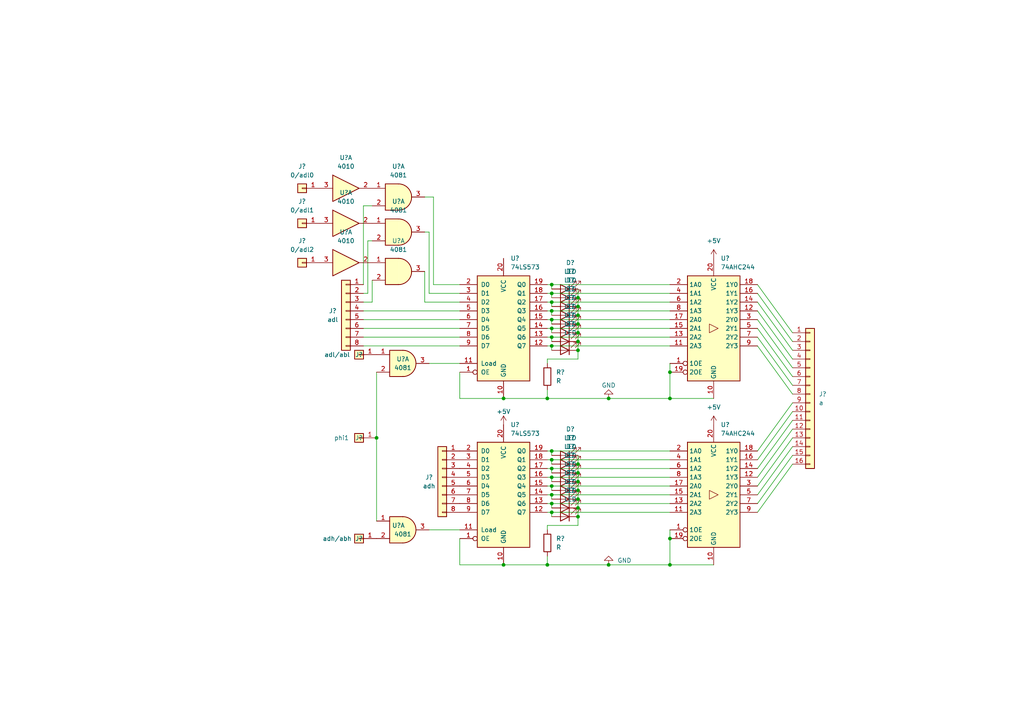
<source format=kicad_sch>
(kicad_sch (version 20211123) (generator eeschema)
  (paper "A4")
  (lib_symbols
    (symbol "4xxx:4010" (pin_names (offset 1.016))
      (property "Reference" "U" (at 0 1.27 0))
      (property "Value" "4010" (at 0 -1.27 0))
      (symbol "4010_1_0"
        (polyline (pts (xy -3.81 3.81) (xy -3.81 -3.81) (xy 3.81 0) (xy -3.81 3.81)) (stroke (width 0.254)) (fill (type background)))
        (pin output line (at 7.62 0 180) (length 3.81) (name "~") (number "2"))
        (pin input line (at -7.62 0 0) (length 3.81) (name "~") (number "3"))
      )
      (symbol "4010_2_0"
        (polyline (pts (xy -3.81 3.81) (xy -3.81 -3.81) (xy 3.81 0) (xy -3.81 3.81)) (stroke (width 0.254)) (fill (type background)))
        (pin output line (at 7.62 0 180) (length 3.81) (name "~") (number "4"))
        (pin input line (at -7.62 0 0) (length 3.81) (name "~") (number "5"))
      )
      (symbol "4010_3_0"
        (polyline (pts (xy -3.81 3.81) (xy -3.81 -3.81) (xy 3.81 0) (xy -3.81 3.81)) (stroke (width 0.254)) (fill (type background)))
        (pin output line (at 7.62 0 180) (length 3.81) (name "~") (number "6"))
        (pin input line (at -7.62 0 0) (length 3.81) (name "~") (number "7"))
      )
      (symbol "4010_4_0"
        (polyline (pts (xy -3.81 3.81) (xy -3.81 -3.81) (xy 3.81 0) (xy -3.81 3.81)) (stroke (width 0.254)) (fill (type background)))
        (pin output line (at 7.62 0 180) (length 3.81) (name "~") (number "10"))
        (pin input line (at -7.62 0 0) (length 3.81) (name "~") (number "9"))
      )
      (symbol "4010_5_0"
        (polyline (pts (xy -3.81 3.81) (xy -3.81 -3.81) (xy 3.81 0) (xy -3.81 3.81)) (stroke (width 0.254)) (fill (type background)))
        (pin input line (at -7.62 0 0) (length 3.81) (name "~") (number "11"))
        (pin output line (at 7.62 0 180) (length 3.81) (name "~") (number "12"))
      )
      (symbol "4010_6_0"
        (polyline (pts (xy -3.81 3.81) (xy -3.81 -3.81) (xy 3.81 0) (xy -3.81 3.81)) (stroke (width 0.254)) (fill (type background)))
        (pin input line (at -7.62 0 0) (length 3.81) (name "~") (number "14"))
        (pin output line (at 7.62 0 180) (length 3.81) (name "~") (number "15"))
      )
      (symbol "4010_7_0"
        (pin power_in line (at 2.54 12.7 270) (length 5.08) (name "VCC") (number "1"))
        (pin power_in line (at -2.54 12.7 270) (length 5.08) (name "VDD") (number "16"))
        (pin power_in line (at 0 -12.7 90) (length 5.08) (name "VSS") (number "8"))
      )
      (symbol "4010_7_1"
        (rectangle (start -5.08 7.62) (end 5.08 -7.62) (stroke (width 0.254)) (fill (type background)))
      )
    )
    (symbol "4xxx:4081" (pin_names (offset 1.016))
      (property "Reference" "U" (at 0 1.27 0))
      (property "Value" "4081" (at 0 -1.27 0))
      (symbol "4081_1_1"
        (arc (start 0 -3.81) (mid 3.81 0) (end 0 3.81) (stroke (width 0.254)) (fill (type background)))
        (polyline (pts (xy 0 3.81) (xy -3.81 3.81) (xy -3.81 -3.81) (xy 0 -3.81)) (stroke (width 0.254)) (fill (type background)))
        (pin input line (at -7.62 2.54 0) (length 3.81) (name "~") (number "1"))
        (pin input line (at -7.62 -2.54 0) (length 3.81) (name "~") (number "2"))
        (pin output line (at 7.62 0 180) (length 3.81) (name "~") (number "3"))
      )
      (symbol "4081_1_2"
        (arc (start -3.81 -3.81) (mid -2.589 0) (end -3.81 3.81) (stroke (width 0.254)))
        (arc (start -0.6096 -3.81) (mid 2.1855 -2.584) (end 3.81 0) (stroke (width 0.254)) (fill (type background)))
        (polyline (pts (xy -3.81 -3.81) (xy -0.635 -3.81)) (stroke (width 0.254)) (fill (type background)))
        (polyline (pts (xy -3.81 3.81) (xy -0.635 3.81)) (stroke (width 0.254)) (fill (type background)))
        (polyline (pts (xy -0.635 3.81) (xy -3.81 3.81) (xy -3.81 3.81) (xy -3.556 3.4036) (xy -3.0226 2.2606) (xy -2.6924 1.0414) (xy -2.6162 -0.254) (xy -2.7686 -1.4986) (xy -3.175 -2.7178) (xy -3.81 -3.81) (xy -3.81 -3.81) (xy -0.635 -3.81)) (stroke (width -25.4)) (fill (type background)))
        (arc (start 3.81 0) (mid 2.1928 2.5925) (end -0.6096 3.81) (stroke (width 0.254)) (fill (type background)))
        (pin input inverted (at -7.62 2.54 0) (length 4.318) (name "~") (number "1"))
        (pin input inverted (at -7.62 -2.54 0) (length 4.318) (name "~") (number "2"))
        (pin output inverted (at 7.62 0 180) (length 3.81) (name "~") (number "3"))
      )
      (symbol "4081_2_1"
        (arc (start 0 -3.81) (mid 3.81 0) (end 0 3.81) (stroke (width 0.254)) (fill (type background)))
        (polyline (pts (xy 0 3.81) (xy -3.81 3.81) (xy -3.81 -3.81) (xy 0 -3.81)) (stroke (width 0.254)) (fill (type background)))
        (pin output line (at 7.62 0 180) (length 3.81) (name "~") (number "4"))
        (pin input line (at -7.62 2.54 0) (length 3.81) (name "~") (number "5"))
        (pin input line (at -7.62 -2.54 0) (length 3.81) (name "~") (number "6"))
      )
      (symbol "4081_2_2"
        (arc (start -3.81 -3.81) (mid -2.589 0) (end -3.81 3.81) (stroke (width 0.254)))
        (arc (start -0.6096 -3.81) (mid 2.1855 -2.584) (end 3.81 0) (stroke (width 0.254)) (fill (type background)))
        (polyline (pts (xy -3.81 -3.81) (xy -0.635 -3.81)) (stroke (width 0.254)) (fill (type background)))
        (polyline (pts (xy -3.81 3.81) (xy -0.635 3.81)) (stroke (width 0.254)) (fill (type background)))
        (polyline (pts (xy -0.635 3.81) (xy -3.81 3.81) (xy -3.81 3.81) (xy -3.556 3.4036) (xy -3.0226 2.2606) (xy -2.6924 1.0414) (xy -2.6162 -0.254) (xy -2.7686 -1.4986) (xy -3.175 -2.7178) (xy -3.81 -3.81) (xy -3.81 -3.81) (xy -0.635 -3.81)) (stroke (width -25.4)) (fill (type background)))
        (arc (start 3.81 0) (mid 2.1928 2.5925) (end -0.6096 3.81) (stroke (width 0.254)) (fill (type background)))
        (pin output inverted (at 7.62 0 180) (length 3.81) (name "~") (number "4"))
        (pin input inverted (at -7.62 2.54 0) (length 4.318) (name "~") (number "5"))
        (pin input inverted (at -7.62 -2.54 0) (length 4.318) (name "~") (number "6"))
      )
      (symbol "4081_3_1"
        (arc (start 0 -3.81) (mid 3.81 0) (end 0 3.81) (stroke (width 0.254)) (fill (type background)))
        (polyline (pts (xy 0 3.81) (xy -3.81 3.81) (xy -3.81 -3.81) (xy 0 -3.81)) (stroke (width 0.254)) (fill (type background)))
        (pin output line (at 7.62 0 180) (length 3.81) (name "~") (number "10"))
        (pin input line (at -7.62 2.54 0) (length 3.81) (name "~") (number "8"))
        (pin input line (at -7.62 -2.54 0) (length 3.81) (name "~") (number "9"))
      )
      (symbol "4081_3_2"
        (arc (start -3.81 -3.81) (mid -2.589 0) (end -3.81 3.81) (stroke (width 0.254)))
        (arc (start -0.6096 -3.81) (mid 2.1855 -2.584) (end 3.81 0) (stroke (width 0.254)) (fill (type background)))
        (polyline (pts (xy -3.81 -3.81) (xy -0.635 -3.81)) (stroke (width 0.254)) (fill (type background)))
        (polyline (pts (xy -3.81 3.81) (xy -0.635 3.81)) (stroke (width 0.254)) (fill (type background)))
        (polyline (pts (xy -0.635 3.81) (xy -3.81 3.81) (xy -3.81 3.81) (xy -3.556 3.4036) (xy -3.0226 2.2606) (xy -2.6924 1.0414) (xy -2.6162 -0.254) (xy -2.7686 -1.4986) (xy -3.175 -2.7178) (xy -3.81 -3.81) (xy -3.81 -3.81) (xy -0.635 -3.81)) (stroke (width -25.4)) (fill (type background)))
        (arc (start 3.81 0) (mid 2.1928 2.5925) (end -0.6096 3.81) (stroke (width 0.254)) (fill (type background)))
        (pin output inverted (at 7.62 0 180) (length 3.81) (name "~") (number "10"))
        (pin input inverted (at -7.62 2.54 0) (length 4.318) (name "~") (number "8"))
        (pin input inverted (at -7.62 -2.54 0) (length 4.318) (name "~") (number "9"))
      )
      (symbol "4081_4_1"
        (arc (start 0 -3.81) (mid 3.81 0) (end 0 3.81) (stroke (width 0.254)) (fill (type background)))
        (polyline (pts (xy 0 3.81) (xy -3.81 3.81) (xy -3.81 -3.81) (xy 0 -3.81)) (stroke (width 0.254)) (fill (type background)))
        (pin output line (at 7.62 0 180) (length 3.81) (name "~") (number "11"))
        (pin input line (at -7.62 2.54 0) (length 3.81) (name "~") (number "12"))
        (pin input line (at -7.62 -2.54 0) (length 3.81) (name "~") (number "13"))
      )
      (symbol "4081_4_2"
        (arc (start -3.81 -3.81) (mid -2.589 0) (end -3.81 3.81) (stroke (width 0.254)))
        (arc (start -0.6096 -3.81) (mid 2.1855 -2.584) (end 3.81 0) (stroke (width 0.254)) (fill (type background)))
        (polyline (pts (xy -3.81 -3.81) (xy -0.635 -3.81)) (stroke (width 0.254)) (fill (type background)))
        (polyline (pts (xy -3.81 3.81) (xy -0.635 3.81)) (stroke (width 0.254)) (fill (type background)))
        (polyline (pts (xy -0.635 3.81) (xy -3.81 3.81) (xy -3.81 3.81) (xy -3.556 3.4036) (xy -3.0226 2.2606) (xy -2.6924 1.0414) (xy -2.6162 -0.254) (xy -2.7686 -1.4986) (xy -3.175 -2.7178) (xy -3.81 -3.81) (xy -3.81 -3.81) (xy -0.635 -3.81)) (stroke (width -25.4)) (fill (type background)))
        (arc (start 3.81 0) (mid 2.1928 2.5925) (end -0.6096 3.81) (stroke (width 0.254)) (fill (type background)))
        (pin output inverted (at 7.62 0 180) (length 3.81) (name "~") (number "11"))
        (pin input inverted (at -7.62 2.54 0) (length 4.318) (name "~") (number "12"))
        (pin input inverted (at -7.62 -2.54 0) (length 4.318) (name "~") (number "13"))
      )
      (symbol "4081_5_0"
        (pin power_in line (at 0 12.7 270) (length 5.08) (name "VDD") (number "14"))
        (pin power_in line (at 0 -12.7 90) (length 5.08) (name "VSS") (number "7"))
      )
      (symbol "4081_5_1"
        (rectangle (start -5.08 7.62) (end 5.08 -7.62) (stroke (width 0.254)) (fill (type background)))
      )
    )
    (symbol "74xx:74AHC244"
      (property "Reference" "U" (at -7.62 16.51 0))
      (property "Value" "74AHC244" (at -7.62 -16.51 0))
      (symbol "74AHC244_1_0"
        (polyline (pts (xy 1.27 0) (xy -1.27 1.27) (xy -1.27 -1.27) (xy 1.27 0)) (stroke (width 0.1524)))
        (pin input inverted (at -12.7 -10.16 0) (length 5.08) (name "1OE") (number "1"))
        (pin power_in line (at 0 -20.32 90) (length 5.08) (name "GND") (number "10"))
        (pin input line (at -12.7 -5.08 0) (length 5.08) (name "2A3") (number "11"))
        (pin tri_state line (at 12.7 5.08 180) (length 5.08) (name "1Y3") (number "12"))
        (pin input line (at -12.7 -2.54 0) (length 5.08) (name "2A2") (number "13"))
        (pin tri_state line (at 12.7 7.62 180) (length 5.08) (name "1Y2") (number "14"))
        (pin input line (at -12.7 0 0) (length 5.08) (name "2A1") (number "15"))
        (pin tri_state line (at 12.7 10.16 180) (length 5.08) (name "1Y1") (number "16"))
        (pin input line (at -12.7 2.54 0) (length 5.08) (name "2A0") (number "17"))
        (pin tri_state line (at 12.7 12.7 180) (length 5.08) (name "1Y0") (number "18"))
        (pin input inverted (at -12.7 -12.7 0) (length 5.08) (name "2OE") (number "19"))
        (pin input line (at -12.7 12.7 0) (length 5.08) (name "1A0") (number "2"))
        (pin power_in line (at 0 20.32 270) (length 5.08) (name "VCC") (number "20"))
        (pin tri_state line (at 12.7 2.54 180) (length 5.08) (name "2Y0") (number "3"))
        (pin input line (at -12.7 10.16 0) (length 5.08) (name "1A1") (number "4"))
        (pin tri_state line (at 12.7 0 180) (length 5.08) (name "2Y1") (number "5"))
        (pin input line (at -12.7 7.62 0) (length 5.08) (name "1A2") (number "6"))
        (pin tri_state line (at 12.7 -2.54 180) (length 5.08) (name "2Y2") (number "7"))
        (pin input line (at -12.7 5.08 0) (length 5.08) (name "1A3") (number "8"))
        (pin tri_state line (at 12.7 -5.08 180) (length 5.08) (name "2Y3") (number "9"))
      )
      (symbol "74AHC244_1_1"
        (rectangle (start -7.62 15.24) (end 7.62 -15.24) (stroke (width 0.254)) (fill (type background)))
      )
    )
    (symbol "74xx:74LS573" (pin_names (offset 1.016))
      (property "Reference" "U" (at -7.62 16.51 0))
      (property "Value" "74LS573" (at -7.62 -16.51 0))
      (symbol "74LS573_1_0"
        (pin input inverted (at -12.7 -12.7 0) (length 5.08) (name "OE") (number "1"))
        (pin power_in line (at 0 -20.32 90) (length 5.08) (name "GND") (number "10"))
        (pin input line (at -12.7 -10.16 0) (length 5.08) (name "Load") (number "11"))
        (pin tri_state line (at 12.7 -5.08 180) (length 5.08) (name "Q7") (number "12"))
        (pin tri_state line (at 12.7 -2.54 180) (length 5.08) (name "Q6") (number "13"))
        (pin tri_state line (at 12.7 0 180) (length 5.08) (name "Q5") (number "14"))
        (pin tri_state line (at 12.7 2.54 180) (length 5.08) (name "Q4") (number "15"))
        (pin tri_state line (at 12.7 5.08 180) (length 5.08) (name "Q3") (number "16"))
        (pin tri_state line (at 12.7 7.62 180) (length 5.08) (name "Q2") (number "17"))
        (pin tri_state line (at 12.7 10.16 180) (length 5.08) (name "Q1") (number "18"))
        (pin tri_state line (at 12.7 12.7 180) (length 5.08) (name "Q0") (number "19"))
        (pin input line (at -12.7 12.7 0) (length 5.08) (name "D0") (number "2"))
        (pin power_in line (at 0 20.32 270) (length 5.08) (name "VCC") (number "20"))
        (pin input line (at -12.7 10.16 0) (length 5.08) (name "D1") (number "3"))
        (pin input line (at -12.7 7.62 0) (length 5.08) (name "D2") (number "4"))
        (pin input line (at -12.7 5.08 0) (length 5.08) (name "D3") (number "5"))
        (pin input line (at -12.7 2.54 0) (length 5.08) (name "D4") (number "6"))
        (pin input line (at -12.7 0 0) (length 5.08) (name "D5") (number "7"))
        (pin input line (at -12.7 -2.54 0) (length 5.08) (name "D6") (number "8"))
        (pin input line (at -12.7 -5.08 0) (length 5.08) (name "D7") (number "9"))
      )
      (symbol "74LS573_1_1"
        (rectangle (start -7.62 15.24) (end 7.62 -15.24) (stroke (width 0.254)) (fill (type background)))
      )
    )
    (symbol "Connector_Generic:Conn_01x01" (pin_names (offset 1.016) hide)
      (property "Reference" "J" (at 0 2.54 0))
      (property "Value" "Conn_01x01" (at 0 -2.54 0))
      (symbol "Conn_01x01_1_1"
        (rectangle (start -1.27 0.127) (end 0 -0.127) (stroke (width 0.1524)))
        (rectangle (start -1.27 1.27) (end 1.27 -1.27) (stroke (width 0.254)) (fill (type background)))
        (pin passive line (at -5.08 0 0) (length 3.81) (name "Pin_1") (number "1"))
      )
    )
    (symbol "Connector_Generic:Conn_01x08" (pin_names (offset 1.016) hide)
      (property "Reference" "J" (at 0 10.16 0))
      (property "Value" "Conn_01x08" (at 0 -12.7 0))
      (symbol "Conn_01x08_1_1"
        (rectangle (start -1.27 -10.033) (end 0 -10.287) (stroke (width 0.1524)))
        (rectangle (start -1.27 -7.493) (end 0 -7.747) (stroke (width 0.1524)))
        (rectangle (start -1.27 -4.953) (end 0 -5.207) (stroke (width 0.1524)))
        (rectangle (start -1.27 -2.413) (end 0 -2.667) (stroke (width 0.1524)))
        (rectangle (start -1.27 0.127) (end 0 -0.127) (stroke (width 0.1524)))
        (rectangle (start -1.27 2.667) (end 0 2.413) (stroke (width 0.1524)))
        (rectangle (start -1.27 5.207) (end 0 4.953) (stroke (width 0.1524)))
        (rectangle (start -1.27 7.747) (end 0 7.493) (stroke (width 0.1524)))
        (rectangle (start -1.27 8.89) (end 1.27 -11.43) (stroke (width 0.254)) (fill (type background)))
        (pin passive line (at -5.08 7.62 0) (length 3.81) (name "Pin_1") (number "1"))
        (pin passive line (at -5.08 5.08 0) (length 3.81) (name "Pin_2") (number "2"))
        (pin passive line (at -5.08 2.54 0) (length 3.81) (name "Pin_3") (number "3"))
        (pin passive line (at -5.08 0 0) (length 3.81) (name "Pin_4") (number "4"))
        (pin passive line (at -5.08 -2.54 0) (length 3.81) (name "Pin_5") (number "5"))
        (pin passive line (at -5.08 -5.08 0) (length 3.81) (name "Pin_6") (number "6"))
        (pin passive line (at -5.08 -7.62 0) (length 3.81) (name "Pin_7") (number "7"))
        (pin passive line (at -5.08 -10.16 0) (length 3.81) (name "Pin_8") (number "8"))
      )
    )
    (symbol "Connector_Generic:Conn_01x16" (pin_names (offset 1.016) hide)
      (property "Reference" "J" (at 0 20.32 0))
      (property "Value" "Conn_01x16" (at 0 -22.86 0))
      (symbol "Conn_01x16_1_1"
        (rectangle (start -1.27 -20.193) (end 0 -20.447) (stroke (width 0.1524)))
        (rectangle (start -1.27 -17.653) (end 0 -17.907) (stroke (width 0.1524)))
        (rectangle (start -1.27 -15.113) (end 0 -15.367) (stroke (width 0.1524)))
        (rectangle (start -1.27 -12.573) (end 0 -12.827) (stroke (width 0.1524)))
        (rectangle (start -1.27 -10.033) (end 0 -10.287) (stroke (width 0.1524)))
        (rectangle (start -1.27 -7.493) (end 0 -7.747) (stroke (width 0.1524)))
        (rectangle (start -1.27 -4.953) (end 0 -5.207) (stroke (width 0.1524)))
        (rectangle (start -1.27 -2.413) (end 0 -2.667) (stroke (width 0.1524)))
        (rectangle (start -1.27 0.127) (end 0 -0.127) (stroke (width 0.1524)))
        (rectangle (start -1.27 2.667) (end 0 2.413) (stroke (width 0.1524)))
        (rectangle (start -1.27 5.207) (end 0 4.953) (stroke (width 0.1524)))
        (rectangle (start -1.27 7.747) (end 0 7.493) (stroke (width 0.1524)))
        (rectangle (start -1.27 10.287) (end 0 10.033) (stroke (width 0.1524)))
        (rectangle (start -1.27 12.827) (end 0 12.573) (stroke (width 0.1524)))
        (rectangle (start -1.27 15.367) (end 0 15.113) (stroke (width 0.1524)))
        (rectangle (start -1.27 17.907) (end 0 17.653) (stroke (width 0.1524)))
        (rectangle (start -1.27 19.05) (end 1.27 -21.59) (stroke (width 0.254)) (fill (type background)))
        (pin passive line (at -5.08 17.78 0) (length 3.81) (name "Pin_1") (number "1"))
        (pin passive line (at -5.08 -5.08 0) (length 3.81) (name "Pin_10") (number "10"))
        (pin passive line (at -5.08 -7.62 0) (length 3.81) (name "Pin_11") (number "11"))
        (pin passive line (at -5.08 -10.16 0) (length 3.81) (name "Pin_12") (number "12"))
        (pin passive line (at -5.08 -12.7 0) (length 3.81) (name "Pin_13") (number "13"))
        (pin passive line (at -5.08 -15.24 0) (length 3.81) (name "Pin_14") (number "14"))
        (pin passive line (at -5.08 -17.78 0) (length 3.81) (name "Pin_15") (number "15"))
        (pin passive line (at -5.08 -20.32 0) (length 3.81) (name "Pin_16") (number "16"))
        (pin passive line (at -5.08 15.24 0) (length 3.81) (name "Pin_2") (number "2"))
        (pin passive line (at -5.08 12.7 0) (length 3.81) (name "Pin_3") (number "3"))
        (pin passive line (at -5.08 10.16 0) (length 3.81) (name "Pin_4") (number "4"))
        (pin passive line (at -5.08 7.62 0) (length 3.81) (name "Pin_5") (number "5"))
        (pin passive line (at -5.08 5.08 0) (length 3.81) (name "Pin_6") (number "6"))
        (pin passive line (at -5.08 2.54 0) (length 3.81) (name "Pin_7") (number "7"))
        (pin passive line (at -5.08 0 0) (length 3.81) (name "Pin_8") (number "8"))
        (pin passive line (at -5.08 -2.54 0) (length 3.81) (name "Pin_9") (number "9"))
      )
    )
    (symbol "Device:LED" (pin_numbers hide) (pin_names (offset 1.016) hide)
      (property "Reference" "D" (at 0 2.54 0))
      (property "Value" "LED" (at 0 -2.54 0))
      (symbol "LED_0_1"
        (polyline (pts (xy -1.27 -1.27) (xy -1.27 1.27)) (stroke (width 0.254)))
        (polyline (pts (xy -1.27 0) (xy 1.27 0)))
        (polyline (pts (xy 1.27 -1.27) (xy 1.27 1.27) (xy -1.27 0) (xy 1.27 -1.27)) (stroke (width 0.254)))
        (polyline (pts (xy -3.048 -0.762) (xy -4.572 -2.286) (xy -3.81 -2.286) (xy -4.572 -2.286) (xy -4.572 -1.524)))
        (polyline (pts (xy -1.778 -0.762) (xy -3.302 -2.286) (xy -2.54 -2.286) (xy -3.302 -2.286) (xy -3.302 -1.524)))
      )
      (symbol "LED_1_1"
        (pin passive line (at -3.81 0 0) (length 2.54) (name "K") (number "1"))
        (pin passive line (at 3.81 0 180) (length 2.54) (name "A") (number "2"))
      )
    )
    (symbol "Device:R" (pin_numbers hide) (pin_names (offset 0))
      (property "Reference" "R" (at 2.032 0 90))
      (property "Value" "R" (at 0 0 90))
      (symbol "R_0_1"
        (rectangle (start -1.016 -2.54) (end 1.016 2.54) (stroke (width 0.254)))
      )
      (symbol "R_1_1"
        (pin passive line (at 0 3.81 270) (length 1.27) (name "~") (number "1"))
        (pin passive line (at 0 -3.81 90) (length 1.27) (name "~") (number "2"))
      )
    )
    (symbol "power:+5V" (power) (pin_names (offset 0))
      (property "Value" "+5V" (at 0 3.556 0))
      (symbol "+5V_0_1"
        (polyline (pts (xy -0.762 1.27) (xy 0 2.54)))
        (polyline (pts (xy 0 0) (xy 0 2.54)))
        (polyline (pts (xy 0 2.54) (xy 0.762 1.27)))
      )
      (symbol "+5V_1_1"
        (pin power_in line (at 0 0 90) (length 0) hide (name "+5V") (number "1"))
      )
    )
    (symbol "power:GND" (power) (pin_names (offset 0))
      (property "Value" "GND" (at 0 -3.81 0))
      (symbol "GND_0_1"
        (polyline (pts (xy 0 0) (xy 0 -1.27) (xy 1.27 -1.27) (xy 0 -2.54) (xy -1.27 -1.27) (xy 0 -1.27)))
      )
      (symbol "GND_1_1"
        (pin power_in line (at 0 0 270) (length 0) hide (name "GND") (number "1"))
      )
    )
  )
  (junction (at 160.02 92.71))
  (junction (at 167.64 147.32))
  (junction (at 160.02 97.79))
  (junction (at 167.64 149.86))
  (junction (at 167.64 86.36))
  (junction (at 176.53 163.83))
  (junction (at 160.02 95.25))
  (junction (at 194.31 107.95))
  (junction (at 160.02 138.43))
  (junction (at 160.02 87.63))
  (junction (at 158.75 163.83))
  (junction (at 176.53 115.57))
  (junction (at 194.31 156.21))
  (junction (at 160.02 133.35))
  (junction (at 167.64 139.7))
  (junction (at 160.02 130.81))
  (junction (at 160.02 82.55))
  (junction (at 167.64 144.78))
  (junction (at 167.64 101.6))
  (junction (at 194.31 115.57))
  (junction (at 167.64 96.52))
  (junction (at 160.02 100.33))
  (junction (at 109.22 127))
  (junction (at 158.75 115.57))
  (junction (at 146.05 163.83))
  (junction (at 194.31 163.83))
  (junction (at 160.02 146.05))
  (junction (at 167.64 142.24))
  (junction (at 146.05 115.57))
  (junction (at 167.64 99.06))
  (junction (at 160.02 85.09))
  (junction (at 160.02 90.17))
  (junction (at 160.02 135.89))
  (junction (at 160.02 143.51))
  (junction (at 160.02 148.59))
  (junction (at 167.64 137.16))
  (junction (at 167.64 134.62))
  (junction (at 167.64 91.44))
  (junction (at 160.02 140.97))
  (junction (at 167.64 88.9))
  (junction (at 167.64 93.98))
  (wire (pts (xy 167.64 101.6) (xy 167.64 104.14)))
  (wire (pts (xy 167.64 93.98) (xy 167.64 96.52)))
  (wire (pts (xy 167.64 96.52) (xy 167.64 99.06)))
  (wire (pts (xy 167.64 134.62) (xy 167.64 137.16)))
  (wire (pts (xy 158.75 113.03) (xy 158.75 115.57)))
  (wire (pts (xy 167.64 104.14) (xy 158.75 104.14)))
  (wire (pts (xy 133.35 107.95) (xy 133.35 115.57)))
  (wire (pts (xy 160.02 138.43) (xy 160.02 139.7)))
  (wire (pts (xy 105.41 59.69) (xy 105.41 82.55)))
  (wire (pts (xy 160.02 82.55) (xy 160.02 83.82)))
  (wire (pts (xy 160.02 87.63) (xy 194.31 87.63)))
  (wire (pts (xy 194.31 156.21) (xy 194.31 163.83)))
  (wire (pts (xy 123.19 57.15) (xy 125.73 57.15)))
  (wire (pts (xy 219.71 138.43) (xy 229.87 124.46)))
  (wire (pts (xy 219.71 130.81) (xy 229.87 116.84)))
  (wire (pts (xy 219.71 143.51) (xy 229.87 129.54)))
  (wire (pts (xy 158.75 152.4) (xy 158.75 153.67)))
  (wire (pts (xy 229.87 101.6) (xy 219.71 87.63)))
  (wire (pts (xy 158.75 90.17) (xy 160.02 90.17)))
  (wire (pts (xy 160.02 82.55) (xy 194.31 82.55)))
  (wire (pts (xy 133.35 85.09) (xy 124.46 85.09)))
  (wire (pts (xy 109.22 107.95) (xy 109.22 127)))
  (wire (pts (xy 160.02 85.09) (xy 194.31 85.09)))
  (wire (pts (xy 105.41 95.25) (xy 133.35 95.25)))
  (wire (pts (xy 158.75 95.25) (xy 160.02 95.25)))
  (wire (pts (xy 194.31 107.95) (xy 194.31 115.57)))
  (wire (pts (xy 160.02 143.51) (xy 194.31 143.51)))
  (wire (pts (xy 194.31 153.67) (xy 194.31 156.21)))
  (wire (pts (xy 160.02 140.97) (xy 160.02 142.24)))
  (wire (pts (xy 160.02 92.71) (xy 194.31 92.71)))
  (wire (pts (xy 160.02 100.33) (xy 160.02 101.6)))
  (wire (pts (xy 160.02 92.71) (xy 160.02 93.98)))
  (wire (pts (xy 229.87 99.06) (xy 219.71 85.09)))
  (wire (pts (xy 160.02 135.89) (xy 194.31 135.89)))
  (wire (pts (xy 160.02 130.81) (xy 194.31 130.81)))
  (wire (pts (xy 158.75 87.63) (xy 160.02 87.63)))
  (wire (pts (xy 167.64 144.78) (xy 167.64 147.32)))
  (wire (pts (xy 167.64 86.36) (xy 167.64 88.9)))
  (wire (pts (xy 107.95 87.63) (xy 105.41 87.63)))
  (wire (pts (xy 133.35 115.57) (xy 146.05 115.57)))
  (wire (pts (xy 167.64 83.82) (xy 167.64 86.36)))
  (wire (pts (xy 160.02 95.25) (xy 160.02 96.52)))
  (wire (pts (xy 194.31 105.41) (xy 194.31 107.95)))
  (wire (pts (xy 194.31 115.57) (xy 207.01 115.57)))
  (wire (pts (xy 167.64 147.32) (xy 167.64 149.86)))
  (wire (pts (xy 167.64 137.16) (xy 167.64 139.7)))
  (wire (pts (xy 124.46 85.09) (xy 124.46 67.31)))
  (wire (pts (xy 160.02 138.43) (xy 194.31 138.43)))
  (wire (pts (xy 229.87 106.68) (xy 219.71 92.71)))
  (wire (pts (xy 160.02 87.63) (xy 160.02 88.9)))
  (wire (pts (xy 219.71 133.35) (xy 229.87 119.38)))
  (wire (pts (xy 229.87 96.52) (xy 219.71 82.55)))
  (wire (pts (xy 133.35 163.83) (xy 146.05 163.83)))
  (wire (pts (xy 123.19 78.74) (xy 123.19 87.63)))
  (wire (pts (xy 107.95 81.28) (xy 107.95 87.63)))
  (wire (pts (xy 219.71 140.97) (xy 229.87 127)))
  (wire (pts (xy 106.68 69.85) (xy 107.95 69.85)))
  (wire (pts (xy 158.75 82.55) (xy 160.02 82.55)))
  (wire (pts (xy 160.02 130.81) (xy 160.02 132.08)))
  (wire (pts (xy 167.64 88.9) (xy 167.64 91.44)))
  (wire (pts (xy 160.02 97.79) (xy 160.02 99.06)))
  (wire (pts (xy 176.53 163.83) (xy 158.75 163.83)))
  (wire (pts (xy 160.02 135.89) (xy 160.02 137.16)))
  (wire (pts (xy 160.02 146.05) (xy 194.31 146.05)))
  (wire (pts (xy 105.41 100.33) (xy 133.35 100.33)))
  (wire (pts (xy 160.02 90.17) (xy 160.02 91.44)))
  (wire (pts (xy 167.64 99.06) (xy 167.64 101.6)))
  (wire (pts (xy 160.02 100.33) (xy 194.31 100.33)))
  (wire (pts (xy 158.75 133.35) (xy 160.02 133.35)))
  (wire (pts (xy 106.68 85.09) (xy 105.41 85.09)))
  (wire (pts (xy 219.71 146.05) (xy 229.87 132.08)))
  (wire (pts (xy 160.02 133.35) (xy 160.02 134.62)))
  (wire (pts (xy 158.75 161.29) (xy 158.75 163.83)))
  (wire (pts (xy 158.75 115.57) (xy 176.53 115.57)))
  (wire (pts (xy 124.46 153.67) (xy 133.35 153.67)))
  (wire (pts (xy 167.64 132.08) (xy 167.64 134.62)))
  (wire (pts (xy 229.87 104.14) (xy 219.71 90.17)))
  (wire (pts (xy 160.02 133.35) (xy 194.31 133.35)))
  (wire (pts (xy 229.87 114.3) (xy 219.71 100.33)))
  (wire (pts (xy 105.41 59.69) (xy 107.95 59.69)))
  (wire (pts (xy 106.68 69.85) (xy 106.68 85.09)))
  (wire (pts (xy 158.75 85.09) (xy 160.02 85.09)))
  (wire (pts (xy 158.75 135.89) (xy 160.02 135.89)))
  (wire (pts (xy 124.46 105.41) (xy 133.35 105.41)))
  (wire (pts (xy 158.75 152.4) (xy 167.64 152.4)))
  (wire (pts (xy 167.64 149.86) (xy 167.64 152.4)))
  (wire (pts (xy 160.02 146.05) (xy 160.02 147.32)))
  (wire (pts (xy 167.64 142.24) (xy 167.64 144.78)))
  (wire (pts (xy 160.02 97.79) (xy 194.31 97.79)))
  (wire (pts (xy 219.71 135.89) (xy 229.87 121.92)))
  (wire (pts (xy 133.35 82.55) (xy 125.73 82.55)))
  (wire (pts (xy 160.02 140.97) (xy 194.31 140.97)))
  (wire (pts (xy 229.87 111.76) (xy 219.71 97.79)))
  (wire (pts (xy 160.02 148.59) (xy 160.02 149.86)))
  (wire (pts (xy 133.35 156.21) (xy 133.35 163.83)))
  (wire (pts (xy 194.31 163.83) (xy 207.01 163.83)))
  (wire (pts (xy 146.05 163.83) (xy 158.75 163.83)))
  (wire (pts (xy 158.75 104.14) (xy 158.75 105.41)))
  (wire (pts (xy 123.19 87.63) (xy 133.35 87.63)))
  (wire (pts (xy 229.87 109.22) (xy 219.71 95.25)))
  (wire (pts (xy 158.75 143.51) (xy 160.02 143.51)))
  (wire (pts (xy 105.41 97.79) (xy 133.35 97.79)))
  (wire (pts (xy 160.02 95.25) (xy 194.31 95.25)))
  (wire (pts (xy 105.41 90.17) (xy 133.35 90.17)))
  (wire (pts (xy 105.41 92.71) (xy 133.35 92.71)))
  (wire (pts (xy 158.75 130.81) (xy 160.02 130.81)))
  (wire (pts (xy 158.75 92.71) (xy 160.02 92.71)))
  (wire (pts (xy 167.64 139.7) (xy 167.64 142.24)))
  (wire (pts (xy 158.75 138.43) (xy 160.02 138.43)))
  (wire (pts (xy 160.02 90.17) (xy 194.31 90.17)))
  (wire (pts (xy 146.05 115.57) (xy 158.75 115.57)))
  (wire (pts (xy 176.53 163.83) (xy 194.31 163.83)))
  (wire (pts (xy 160.02 143.51) (xy 160.02 144.78)))
  (wire (pts (xy 125.73 82.55) (xy 125.73 57.15)))
  (wire (pts (xy 158.75 97.79) (xy 160.02 97.79)))
  (wire (pts (xy 160.02 148.59) (xy 194.31 148.59)))
  (wire (pts (xy 160.02 85.09) (xy 160.02 86.36)))
  (wire (pts (xy 158.75 100.33) (xy 160.02 100.33)))
  (wire (pts (xy 158.75 148.59) (xy 160.02 148.59)))
  (wire (pts (xy 158.75 140.97) (xy 160.02 140.97)))
  (wire (pts (xy 167.64 91.44) (xy 167.64 93.98)))
  (wire (pts (xy 176.53 115.57) (xy 194.31 115.57)))
  (wire (pts (xy 123.19 67.31) (xy 124.46 67.31)))
  (wire (pts (xy 109.22 127) (xy 109.22 151.13)))
  (wire (pts (xy 158.75 146.05) (xy 160.02 146.05)))
  (wire (pts (xy 219.71 148.59) (xy 229.87 134.62)))
  (symbol (lib_id "Device:LED") (at 163.83 93.98 180) (unit 1)
    (property "Reference" "D?" (at 165.4175 86.36 0))
    (property "Value" "LED" (at 165.4175 88.9 0))
  )
  (symbol (lib_id "4xxx:4010") (at 100.33 64.77 0) (unit 1)
    (property "Reference" "U?" (at 100.33 55.88 0))
    (property "Value" "4010" (at 100.33 58.42 0))
    (property "Datasheet" "http://www.ti.com/lit/ds/symlink/cd4010b-q1.pdf" (effects hide))
  )
  (symbol (lib_id "Device:LED") (at 163.83 144.78 180) (unit 1)
    (property "Reference" "D?" (at 165.4175 137.16 0))
    (property "Value" "LED" (at 165.4175 139.7 0))
  )
  (symbol (lib_id "Device:LED") (at 163.83 83.82 180) (unit 1)
    (property "Reference" "D?" (at 165.4175 76.2 0))
    (property "Value" "LED" (at 165.4175 78.74 0))
  )
  (symbol (lib_id "Device:LED") (at 163.83 86.36 180) (unit 1)
    (property "Reference" "D?" (at 165.4175 78.74 0))
    (property "Value" "LED" (at 165.4175 81.28 0))
  )
  (symbol (lib_id "Connector_Generic:Conn_01x01") (at 87.63 76.2 180) (unit 1)
    (property "Reference" "J?" (at 87.63 69.85 0))
    (property "Value" "0/adl2" (at 87.63 72.39 0))
  )
  (symbol (lib_id "Device:LED") (at 163.83 96.52 180) (unit 1)
    (property "Reference" "D?" (at 165.4175 88.9 0))
    (property "Value" "LED" (at 165.4175 91.44 0))
  )
  (symbol (lib_id "Connector_Generic:Conn_01x08") (at 100.33 90.17 0) (mirror y) (unit 1)
    (property "Reference" "J?" (at 96.52 90.17 0))
    (property "Value" "adl" (at 96.52 92.71 0))
  )
  (symbol (lib_id "4xxx:4081") (at 115.57 67.31 0) (unit 1)
    (property "Reference" "U?" (at 115.57 58.42 0))
    (property "Value" "4081" (at 115.57 60.96 0))
    (property "Datasheet" "http://www.intersil.com/content/dam/Intersil/documents/cd40/cd4073bms-81bms-82bms.pdf" (effects hide))
  )
  (symbol (lib_id "Connector_Generic:Conn_01x01") (at 104.14 127 180) (unit 1)
    (property "Reference" "J?" (at 104.14 127 0))
    (property "Value" "phi1" (at 99.06 127 0))
  )
  (symbol (lib_id "power:+5V") (at 207.01 123.19 0) (unit 1)
    (property "Reference" "#PWR?" (effects hide))
    (property "Value" "+5V" (at 207.01 118.11 0))
  )
  (symbol (lib_id "power:GND") (at 176.53 163.83 180) (unit 1)
    (property "Reference" "#PWR?" (effects hide))
    (property "Value" "GND" (at 179.07 162.5599 0) (effects (justify right)))
  )
  (symbol (lib_id "Device:LED") (at 163.83 142.24 180) (unit 1)
    (property "Reference" "D?" (at 165.4175 134.62 0))
    (property "Value" "LED" (at 165.4175 137.16 0))
  )
  (symbol (lib_id "Device:LED") (at 163.83 137.16 180) (unit 1)
    (property "Reference" "D?" (at 165.4175 129.54 0))
    (property "Value" "LED" (at 165.4175 132.08 0))
  )
  (symbol (lib_id "Device:LED") (at 163.83 99.06 180) (unit 1)
    (property "Reference" "D?" (at 165.4175 91.44 0))
    (property "Value" "LED" (at 165.4175 93.98 0))
  )
  (symbol (lib_id "Device:LED") (at 163.83 91.44 180) (unit 1)
    (property "Reference" "D?" (at 165.4175 83.82 0))
    (property "Value" "LED" (at 165.4175 86.36 0))
  )
  (symbol (lib_id "4xxx:4081") (at 116.84 153.67 0) (unit 1)
    (property "Reference" "U?" (at 115.57 152.4 0))
    (property "Value" "4081" (at 116.84 154.94 0))
    (property "Datasheet" "http://www.intersil.com/content/dam/Intersil/documents/cd40/cd4073bms-81bms-82bms.pdf" (effects hide))
  )
  (symbol (lib_id "Device:R") (at 158.75 109.22 180) (unit 1)
    (property "Reference" "R?" (at 161.29 107.9499 0) (effects (justify right)))
    (property "Value" "R" (at 161.29 110.4899 0) (effects (justify right)))
  )
  (symbol (lib_id "Device:LED") (at 163.83 147.32 180) (unit 1)
    (property "Reference" "D?" (at 165.4175 139.7 0))
    (property "Value" "LED" (at 165.4175 142.24 0))
  )
  (symbol (lib_id "power:GND") (at 176.53 115.57 180) (unit 1)
    (property "Reference" "#PWR?" (effects hide))
    (property "Value" "GND" (at 176.53 111.76 0))
  )
  (symbol (lib_id "4xxx:4010") (at 100.33 76.2 0) (unit 1)
    (property "Reference" "U?" (at 100.33 67.31 0))
    (property "Value" "4010" (at 100.33 69.85 0))
    (property "Datasheet" "http://www.ti.com/lit/ds/symlink/cd4010b-q1.pdf" (effects hide))
  )
  (symbol (lib_id "74xx:74AHC244") (at 207.01 143.51 0) (unit 1)
    (property "Reference" "U?" (at 209.0294 123.19 0) (effects (justify left)))
    (property "Value" "74AHC244" (at 209.0294 125.73 0) (effects (justify left)))
    (property "Datasheet" "https://assets.nexperia.com/documents/data-sheet/74AHC_AHCT244.pdf" (effects hide))
  )
  (symbol (lib_id "74xx:74LS573") (at 146.05 95.25 0) (unit 1)
    (property "Reference" "U?" (at 148.0694 74.93 0) (effects (justify left)))
    (property "Value" "74LS573" (at 148.0694 77.47 0) (effects (justify left)))
    (property "Datasheet" "74xx/74hc573.pdf" (effects hide))
  )
  (symbol (lib_id "74xx:74AHC244") (at 207.01 95.25 0) (unit 1)
    (property "Reference" "U?" (at 209.0294 74.93 0) (effects (justify left)))
    (property "Value" "74AHC244" (at 209.0294 77.47 0) (effects (justify left)))
    (property "Datasheet" "https://assets.nexperia.com/documents/data-sheet/74AHC_AHCT244.pdf" (effects hide))
  )
  (symbol (lib_id "power:+5V") (at 146.05 123.19 0) (unit 1)
    (property "Reference" "#PWR?" (effects hide))
    (property "Value" "+5V" (at 146.05 119.38 0))
  )
  (symbol (lib_id "Connector_Generic:Conn_01x01") (at 104.14 156.21 180) (unit 1)
    (property "Reference" "J?" (at 104.14 156.21 0))
    (property "Value" "adh/abh" (at 97.79 156.21 0))
  )
  (symbol (lib_id "Device:LED") (at 163.83 88.9 180) (unit 1)
    (property "Reference" "D?" (at 165.4175 81.28 0))
    (property "Value" "LED" (at 165.4175 83.82 0))
  )
  (symbol (lib_id "Connector_Generic:Conn_01x01") (at 104.14 102.87 180) (unit 1)
    (property "Reference" "J?" (at 104.14 102.87 0))
    (property "Value" "adl/abl" (at 97.79 102.87 0))
  )
  (symbol (lib_id "Connector_Generic:Conn_01x08") (at 128.27 138.43 0) (mirror y) (unit 1)
    (property "Reference" "J?" (at 124.46 138.43 0))
    (property "Value" "adh" (at 124.46 140.97 0))
  )
  (symbol (lib_id "Device:LED") (at 163.83 139.7 180) (unit 1)
    (property "Reference" "D?" (at 165.4175 132.08 0))
    (property "Value" "LED" (at 165.4175 134.62 0))
  )
  (symbol (lib_id "Device:LED") (at 163.83 149.86 180) (unit 1)
    (property "Reference" "D?" (at 165.4175 142.24 0))
    (property "Value" "LED" (at 165.4175 144.78 0))
  )
  (symbol (lib_id "74xx:74LS573") (at 146.05 143.51 0) (unit 1)
    (property "Reference" "U?" (at 148.0694 123.19 0) (effects (justify left)))
    (property "Value" "74LS573" (at 148.0694 125.73 0) (effects (justify left)))
    (property "Datasheet" "74xx/74hc573.pdf" (effects hide))
  )
  (symbol (lib_id "power:+5V") (at 207.01 74.93 0) (unit 1)
    (property "Reference" "#PWR?" (effects hide))
    (property "Value" "+5V" (at 207.01 69.85 0))
  )
  (symbol (lib_id "4xxx:4081") (at 115.57 57.15 0) (unit 1)
    (property "Reference" "U?" (at 115.57 48.26 0))
    (property "Value" "4081" (at 115.57 50.8 0))
    (property "Datasheet" "http://www.intersil.com/content/dam/Intersil/documents/cd40/cd4073bms-81bms-82bms.pdf" (effects hide))
  )
  (symbol (lib_id "4xxx:4010") (at 100.33 54.61 0) (unit 1)
    (property "Reference" "U?" (at 100.33 45.72 0))
    (property "Value" "4010" (at 100.33 48.26 0))
    (property "Datasheet" "http://www.ti.com/lit/ds/symlink/cd4010b-q1.pdf" (effects hide))
  )
  (symbol (lib_id "Connector_Generic:Conn_01x01") (at 87.63 64.77 180) (unit 1)
    (property "Reference" "J?" (at 87.63 58.42 0))
    (property "Value" "0/adl1" (at 87.63 60.96 0))
  )
  (symbol (lib_id "Device:R") (at 158.75 157.48 180) (unit 1)
    (property "Reference" "R?" (at 161.29 156.2099 0) (effects (justify right)))
    (property "Value" "R" (at 161.29 158.7499 0) (effects (justify right)))
  )
  (symbol (lib_id "Connector_Generic:Conn_01x01") (at 87.63 54.61 180) (unit 1)
    (property "Reference" "J?" (at 87.63 48.26 0))
    (property "Value" "0/adl0" (at 87.63 50.8 0))
  )
  (symbol (lib_id "Connector_Generic:Conn_01x16") (at 234.95 114.3 0) (unit 1)
    (property "Reference" "J?" (at 237.49 114.2999 0) (effects (justify left)))
    (property "Value" "a" (at 237.49 116.8399 0) (effects (justify left)))
  )
  (symbol (lib_id "Device:LED") (at 163.83 132.08 180) (unit 1)
    (property "Reference" "D?" (at 165.4175 124.46 0))
    (property "Value" "LED" (at 165.4175 127 0))
  )
  (symbol (lib_id "Device:LED") (at 163.83 101.6 180) (unit 1)
    (property "Reference" "D?" (at 165.4175 93.98 0))
    (property "Value" "LED" (at 165.4175 96.52 0))
  )
  (symbol (lib_id "4xxx:4081") (at 115.57 78.74 0) (unit 1)
    (property "Reference" "U?" (at 115.57 69.85 0))
    (property "Value" "4081" (at 115.57 72.39 0))
    (property "Datasheet" "http://www.intersil.com/content/dam/Intersil/documents/cd40/cd4073bms-81bms-82bms.pdf" (effects hide))
  )
  (symbol (lib_id "4xxx:4081") (at 116.84 105.41 0) (unit 1)
    (property "Reference" "U?" (at 116.84 104.14 0))
    (property "Value" "4081" (at 116.84 106.68 0))
    (property "Datasheet" "http://www.intersil.com/content/dam/Intersil/documents/cd40/cd4073bms-81bms-82bms.pdf" (effects hide))
  )
  (symbol (lib_id "Device:LED") (at 163.83 134.62 180) (unit 1)
    (property "Reference" "D?" (at 165.4175 127 0))
    (property "Value" "LED" (at 165.4175 129.54 0))
  )
)
</source>
